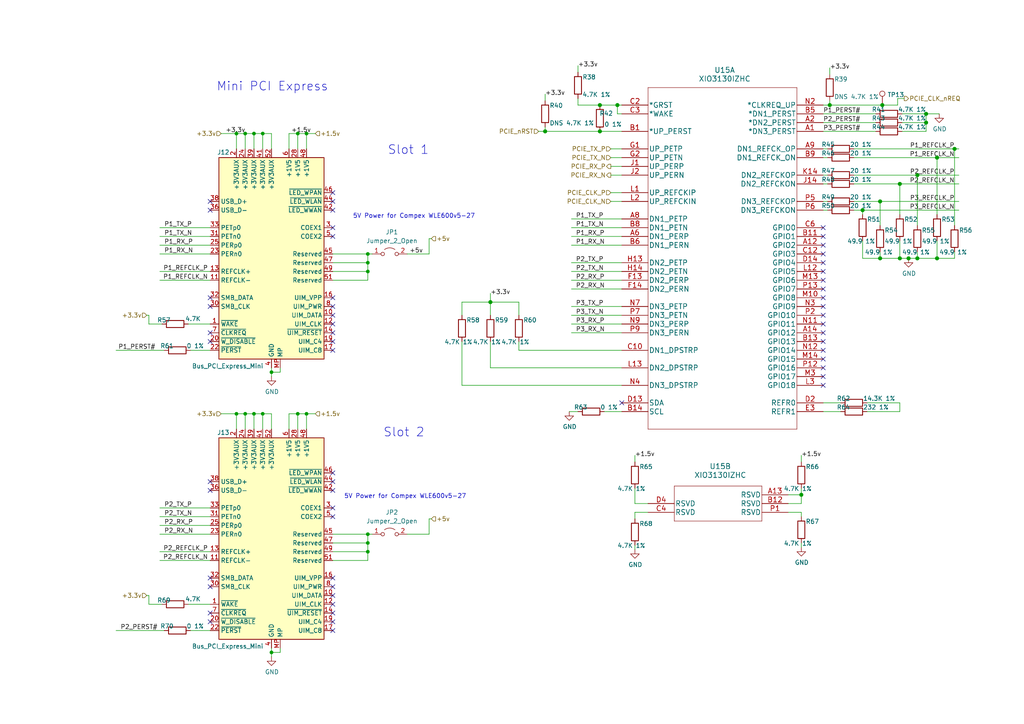
<source format=kicad_sch>
(kicad_sch (version 20201015) (generator eeschema)
  (page 1 10)
  (paper "A4")
  (title_block (title "AP2100v5") (date "2020-10-27") (rev "1") (company "(c) ISis ImageStream Internet Solutions 2020") (comment 1 "www.imagestream.com"))
  (junction (at 68.58 38.735) (diameter 0.9144))
  (junction (at 68.58 120.015) (diameter 0.9144))
  (junction (at 71.12 38.735) (diameter 0.9144))
  (junction (at 71.12 120.015) (diameter 0.9144))
  (junction (at 73.66 38.735) (diameter 0.9144))
  (junction (at 73.66 120.015) (diameter 0.9144))
  (junction (at 76.2 38.735) (diameter 0.9144))
  (junction (at 76.2 120.015) (diameter 0.9144))
  (junction (at 78.74 107.95) (diameter 0.9144))
  (junction (at 78.74 189.23) (diameter 0.9144))
  (junction (at 86.36 38.735) (diameter 0.9144))
  (junction (at 86.36 120.015) (diameter 0.9144))
  (junction (at 88.9 38.735) (diameter 0.9144))
  (junction (at 88.9 120.015) (diameter 0.9144))
  (junction (at 106.68 73.66) (diameter 0.9144))
  (junction (at 106.68 76.2) (diameter 0.9144))
  (junction (at 106.68 78.74) (diameter 0.9144))
  (junction (at 106.68 154.94) (diameter 0.9144))
  (junction (at 106.68 157.48) (diameter 0.9144))
  (junction (at 106.68 160.02) (diameter 0.9144))
  (junction (at 142.24 87.63) (diameter 1.016))
  (junction (at 158.115 38.1) (diameter 1.016))
  (junction (at 173.99 30.48) (diameter 1.016))
  (junction (at 173.99 38.1) (diameter 1.016))
  (junction (at 179.07 30.48) (diameter 1.016))
  (junction (at 232.41 143.51) (diameter 1.016))
  (junction (at 240.665 30.48) (diameter 1.016))
  (junction (at 250.19 60.96) (diameter 1.016))
  (junction (at 255.27 58.42) (diameter 1.016))
  (junction (at 255.27 74.93) (diameter 1.016))
  (junction (at 255.905 30.48) (diameter 1.016))
  (junction (at 260.985 53.34) (diameter 1.016))
  (junction (at 260.985 74.93) (diameter 1.016))
  (junction (at 263.525 74.93) (diameter 1.016))
  (junction (at 266.065 50.8) (diameter 1.016))
  (junction (at 266.065 74.93) (diameter 1.016))
  (junction (at 268.605 33.02) (diameter 1.016))
  (junction (at 268.605 35.56) (diameter 1.016))
  (junction (at 271.78 45.72) (diameter 1.016))
  (junction (at 271.78 74.93) (diameter 1.016))
  (junction (at 276.86 43.18) (diameter 1.016))
  (no_connect (at 60.96 167.64))
  (no_connect (at 238.76 101.6))
  (no_connect (at 238.76 88.9))
  (no_connect (at 96.52 91.44))
  (no_connect (at 60.96 96.52))
  (no_connect (at 238.76 99.06))
  (no_connect (at 60.96 88.9))
  (no_connect (at 238.76 68.58))
  (no_connect (at 238.76 78.74))
  (no_connect (at 238.76 93.98))
  (no_connect (at 96.52 55.88))
  (no_connect (at 238.76 104.14))
  (no_connect (at 60.96 142.24))
  (no_connect (at 96.52 147.32))
  (no_connect (at 60.96 86.36))
  (no_connect (at 96.52 88.9))
  (no_connect (at 96.52 177.8))
  (no_connect (at 60.96 177.8))
  (no_connect (at 96.52 142.24))
  (no_connect (at 238.76 71.12))
  (no_connect (at 238.76 109.22))
  (no_connect (at 96.52 101.6))
  (no_connect (at 238.76 86.36))
  (no_connect (at 60.96 58.42))
  (no_connect (at 96.52 93.98))
  (no_connect (at 238.76 66.04))
  (no_connect (at 96.52 139.7))
  (no_connect (at 60.96 99.06))
  (no_connect (at 96.52 172.72))
  (no_connect (at 96.52 180.34))
  (no_connect (at 96.52 58.42))
  (no_connect (at 96.52 175.26))
  (no_connect (at 238.76 76.2))
  (no_connect (at 238.76 73.66))
  (no_connect (at 96.52 167.64))
  (no_connect (at 96.52 66.04))
  (no_connect (at 96.52 60.96))
  (no_connect (at 238.76 83.82))
  (no_connect (at 238.76 106.68))
  (no_connect (at 96.52 170.18))
  (no_connect (at 96.52 182.88))
  (no_connect (at 238.76 91.44))
  (no_connect (at 60.96 180.34))
  (no_connect (at 96.52 99.06))
  (no_connect (at 96.52 149.86))
  (no_connect (at 96.52 96.52))
  (no_connect (at 96.52 137.16))
  (no_connect (at 60.96 170.18))
  (no_connect (at 238.76 111.76))
  (no_connect (at 96.52 68.58))
  (no_connect (at 238.76 96.52))
  (no_connect (at 60.96 60.96))
  (no_connect (at 96.52 86.36))
  (no_connect (at 238.76 81.28))
  (no_connect (at 60.96 139.7))
  (no_connect (at 180.34 116.84))
  (wire (pts (xy 33.655 101.6) (xy 47.625 101.6)))
  (wire (pts (xy 33.655 182.88) (xy 47.625 182.88)))
  (wire (pts (xy 42.545 91.44) (xy 43.18 91.44)))
  (wire (pts (xy 42.545 172.72) (xy 43.18 172.72)))
  (wire (pts (xy 43.18 91.44) (xy 43.18 93.98)))
  (wire (pts (xy 43.18 172.72) (xy 43.18 175.26)))
  (wire (pts (xy 46.355 66.04) (xy 60.96 66.04)))
  (wire (pts (xy 46.355 68.58) (xy 60.96 68.58)))
  (wire (pts (xy 46.355 71.12) (xy 60.96 71.12)))
  (wire (pts (xy 46.355 73.66) (xy 60.96 73.66)))
  (wire (pts (xy 46.355 78.74) (xy 60.96 78.74)))
  (wire (pts (xy 46.355 81.28) (xy 60.96 81.28)))
  (wire (pts (xy 46.355 147.32) (xy 60.96 147.32)))
  (wire (pts (xy 46.355 149.86) (xy 60.96 149.86)))
  (wire (pts (xy 46.355 152.4) (xy 60.96 152.4)))
  (wire (pts (xy 46.355 154.94) (xy 60.96 154.94)))
  (wire (pts (xy 46.355 160.02) (xy 60.96 160.02)))
  (wire (pts (xy 46.355 162.56) (xy 60.96 162.56)))
  (wire (pts (xy 46.99 93.98) (xy 43.18 93.98)))
  (wire (pts (xy 46.99 175.26) (xy 43.18 175.26)))
  (wire (pts (xy 54.61 93.98) (xy 60.96 93.98)))
  (wire (pts (xy 54.61 175.26) (xy 60.96 175.26)))
  (wire (pts (xy 55.245 101.6) (xy 60.96 101.6)))
  (wire (pts (xy 55.245 182.88) (xy 60.96 182.88)))
  (wire (pts (xy 64.135 38.735) (xy 68.58 38.735)))
  (wire (pts (xy 64.135 120.015) (xy 68.58 120.015)))
  (wire (pts (xy 68.58 38.735) (xy 68.58 43.18)))
  (wire (pts (xy 68.58 120.015) (xy 68.58 124.46)))
  (wire (pts (xy 71.12 38.735) (xy 68.58 38.735)))
  (wire (pts (xy 71.12 38.735) (xy 73.66 38.735)))
  (wire (pts (xy 71.12 43.18) (xy 71.12 38.735)))
  (wire (pts (xy 71.12 120.015) (xy 68.58 120.015)))
  (wire (pts (xy 71.12 120.015) (xy 73.66 120.015)))
  (wire (pts (xy 71.12 124.46) (xy 71.12 120.015)))
  (wire (pts (xy 73.66 38.735) (xy 73.66 43.18)))
  (wire (pts (xy 73.66 38.735) (xy 76.2 38.735)))
  (wire (pts (xy 73.66 120.015) (xy 73.66 124.46)))
  (wire (pts (xy 73.66 120.015) (xy 76.2 120.015)))
  (wire (pts (xy 76.2 38.735) (xy 76.2 43.18)))
  (wire (pts (xy 76.2 38.735) (xy 78.74 38.735)))
  (wire (pts (xy 76.2 120.015) (xy 76.2 124.46)))
  (wire (pts (xy 76.2 120.015) (xy 78.74 120.015)))
  (wire (pts (xy 78.74 38.735) (xy 78.74 43.18)))
  (wire (pts (xy 78.74 106.68) (xy 78.74 107.95)))
  (wire (pts (xy 78.74 107.95) (xy 78.74 109.22)))
  (wire (pts (xy 78.74 120.015) (xy 78.74 124.46)))
  (wire (pts (xy 78.74 187.96) (xy 78.74 189.23)))
  (wire (pts (xy 78.74 189.23) (xy 78.74 190.5)))
  (wire (pts (xy 81.28 106.68) (xy 81.28 107.95)))
  (wire (pts (xy 81.28 107.95) (xy 78.74 107.95)))
  (wire (pts (xy 81.28 187.96) (xy 81.28 189.23)))
  (wire (pts (xy 81.28 189.23) (xy 78.74 189.23)))
  (wire (pts (xy 83.82 38.735) (xy 86.36 38.735)))
  (wire (pts (xy 83.82 43.18) (xy 83.82 38.735)))
  (wire (pts (xy 83.82 120.015) (xy 86.36 120.015)))
  (wire (pts (xy 83.82 124.46) (xy 83.82 120.015)))
  (wire (pts (xy 86.36 38.735) (xy 88.9 38.735)))
  (wire (pts (xy 86.36 43.18) (xy 86.36 38.735)))
  (wire (pts (xy 86.36 120.015) (xy 88.9 120.015)))
  (wire (pts (xy 86.36 124.46) (xy 86.36 120.015)))
  (wire (pts (xy 88.9 38.735) (xy 88.9 43.18)))
  (wire (pts (xy 88.9 120.015) (xy 88.9 124.46)))
  (wire (pts (xy 91.44 38.735) (xy 88.9 38.735)))
  (wire (pts (xy 91.44 120.015) (xy 88.9 120.015)))
  (wire (pts (xy 96.52 73.66) (xy 106.68 73.66)))
  (wire (pts (xy 96.52 76.2) (xy 106.68 76.2)))
  (wire (pts (xy 96.52 81.28) (xy 106.68 81.28)))
  (wire (pts (xy 96.52 154.94) (xy 106.68 154.94)))
  (wire (pts (xy 96.52 157.48) (xy 106.68 157.48)))
  (wire (pts (xy 96.52 162.56) (xy 106.68 162.56)))
  (wire (pts (xy 106.68 73.66) (xy 107.95 73.66)))
  (wire (pts (xy 106.68 76.2) (xy 106.68 73.66)))
  (wire (pts (xy 106.68 76.2) (xy 106.68 78.74)))
  (wire (pts (xy 106.68 78.74) (xy 96.52 78.74)))
  (wire (pts (xy 106.68 81.28) (xy 106.68 78.74)))
  (wire (pts (xy 106.68 154.94) (xy 107.95 154.94)))
  (wire (pts (xy 106.68 157.48) (xy 106.68 154.94)))
  (wire (pts (xy 106.68 157.48) (xy 106.68 160.02)))
  (wire (pts (xy 106.68 160.02) (xy 96.52 160.02)))
  (wire (pts (xy 106.68 162.56) (xy 106.68 160.02)))
  (wire (pts (xy 118.11 73.66) (xy 124.46 73.66)))
  (wire (pts (xy 118.11 154.94) (xy 124.46 154.94)))
  (wire (pts (xy 124.46 69.215) (xy 124.46 73.66)))
  (wire (pts (xy 124.46 69.215) (xy 125.095 69.215)))
  (wire (pts (xy 124.46 150.495) (xy 124.46 154.94)))
  (wire (pts (xy 124.46 150.495) (xy 125.095 150.495)))
  (wire (pts (xy 133.985 87.63) (xy 133.985 91.44)))
  (wire (pts (xy 133.985 87.63) (xy 142.24 87.63)))
  (wire (pts (xy 133.985 99.06) (xy 133.985 111.76)))
  (wire (pts (xy 142.24 85.09) (xy 142.24 87.63)))
  (wire (pts (xy 142.24 87.63) (xy 142.24 91.44)))
  (wire (pts (xy 142.24 87.63) (xy 150.495 87.63)))
  (wire (pts (xy 142.24 99.06) (xy 142.24 106.68)))
  (wire (pts (xy 150.495 87.63) (xy 150.495 91.44)))
  (wire (pts (xy 150.495 99.06) (xy 150.495 101.6)))
  (wire (pts (xy 150.495 101.6) (xy 180.34 101.6)))
  (wire (pts (xy 156.21 38.1) (xy 158.115 38.1)))
  (wire (pts (xy 158.115 27.305) (xy 158.115 29.21)))
  (wire (pts (xy 158.115 36.83) (xy 158.115 38.1)))
  (wire (pts (xy 158.115 38.1) (xy 173.99 38.1)))
  (wire (pts (xy 165.1 119.38) (xy 167.64 119.38)))
  (wire (pts (xy 165.735 63.5) (xy 180.34 63.5)))
  (wire (pts (xy 165.735 66.04) (xy 180.34 66.04)))
  (wire (pts (xy 165.735 68.58) (xy 180.34 68.58)))
  (wire (pts (xy 165.735 71.12) (xy 180.34 71.12)))
  (wire (pts (xy 165.735 76.2) (xy 180.34 76.2)))
  (wire (pts (xy 165.735 78.74) (xy 180.34 78.74)))
  (wire (pts (xy 165.735 81.28) (xy 180.34 81.28)))
  (wire (pts (xy 165.735 83.82) (xy 180.34 83.82)))
  (wire (pts (xy 165.735 88.9) (xy 180.34 88.9)))
  (wire (pts (xy 165.735 91.44) (xy 180.34 91.44)))
  (wire (pts (xy 165.735 93.98) (xy 180.34 93.98)))
  (wire (pts (xy 165.735 96.52) (xy 180.34 96.52)))
  (wire (pts (xy 167.64 19.05) (xy 167.64 20.955)))
  (wire (pts (xy 167.64 28.575) (xy 167.64 30.48)))
  (wire (pts (xy 173.99 30.48) (xy 167.64 30.48)))
  (wire (pts (xy 173.99 38.1) (xy 180.34 38.1)))
  (wire (pts (xy 175.26 119.38) (xy 180.34 119.38)))
  (wire (pts (xy 177.165 43.18) (xy 180.34 43.18)))
  (wire (pts (xy 177.165 45.72) (xy 180.34 45.72)))
  (wire (pts (xy 177.165 48.26) (xy 180.34 48.26)))
  (wire (pts (xy 177.165 50.8) (xy 180.34 50.8)))
  (wire (pts (xy 177.165 55.88) (xy 180.34 55.88)))
  (wire (pts (xy 177.165 58.42) (xy 180.34 58.42)))
  (wire (pts (xy 179.07 30.48) (xy 173.99 30.48)))
  (wire (pts (xy 179.07 33.02) (xy 179.07 30.48)))
  (wire (pts (xy 180.34 30.48) (xy 179.07 30.48)))
  (wire (pts (xy 180.34 33.02) (xy 179.07 33.02)))
  (wire (pts (xy 180.34 106.68) (xy 142.24 106.68)))
  (wire (pts (xy 180.34 111.76) (xy 133.985 111.76)))
  (wire (pts (xy 184.15 132.08) (xy 184.15 133.985)))
  (wire (pts (xy 184.15 141.605) (xy 184.15 146.05)))
  (wire (pts (xy 184.15 146.05) (xy 187.96 146.05)))
  (wire (pts (xy 184.15 148.59) (xy 187.96 148.59)))
  (wire (pts (xy 184.15 150.495) (xy 184.15 148.59)))
  (wire (pts (xy 184.15 158.115) (xy 184.15 159.385)))
  (wire (pts (xy 228.6 146.05) (xy 232.41 146.05)))
  (wire (pts (xy 228.6 148.59) (xy 232.41 148.59)))
  (wire (pts (xy 232.41 132.08) (xy 232.41 133.985)))
  (wire (pts (xy 232.41 141.605) (xy 232.41 143.51)))
  (wire (pts (xy 232.41 143.51) (xy 228.6 143.51)))
  (wire (pts (xy 232.41 146.05) (xy 232.41 143.51)))
  (wire (pts (xy 232.41 148.59) (xy 232.41 149.86)))
  (wire (pts (xy 232.41 157.48) (xy 232.41 158.75)))
  (wire (pts (xy 238.76 30.48) (xy 240.665 30.48)))
  (wire (pts (xy 238.76 33.02) (xy 254 33.02)))
  (wire (pts (xy 238.76 35.56) (xy 254 35.56)))
  (wire (pts (xy 238.76 38.1) (xy 254 38.1)))
  (wire (pts (xy 238.76 43.18) (xy 240.03 43.18)))
  (wire (pts (xy 238.76 45.72) (xy 240.03 45.72)))
  (wire (pts (xy 238.76 50.8) (xy 240.03 50.8)))
  (wire (pts (xy 238.76 53.34) (xy 240.03 53.34)))
  (wire (pts (xy 238.76 58.42) (xy 240.03 58.42)))
  (wire (pts (xy 238.76 60.96) (xy 240.03 60.96)))
  (wire (pts (xy 238.76 116.84) (xy 243.84 116.84)))
  (wire (pts (xy 238.76 119.38) (xy 243.84 119.38)))
  (wire (pts (xy 240.665 19.685) (xy 240.665 21.59)))
  (wire (pts (xy 240.665 29.21) (xy 240.665 30.48)))
  (wire (pts (xy 240.665 30.48) (xy 255.905 30.48)))
  (wire (pts (xy 247.65 43.18) (xy 276.86 43.18)))
  (wire (pts (xy 247.65 45.72) (xy 271.78 45.72)))
  (wire (pts (xy 247.65 50.8) (xy 266.065 50.8)))
  (wire (pts (xy 247.65 53.34) (xy 260.985 53.34)))
  (wire (pts (xy 247.65 58.42) (xy 255.27 58.42)))
  (wire (pts (xy 247.65 60.96) (xy 250.19 60.96)))
  (wire (pts (xy 250.19 60.96) (xy 250.19 62.23)))
  (wire (pts (xy 250.19 60.96) (xy 278.13 60.96)))
  (wire (pts (xy 250.19 69.85) (xy 250.19 74.93)))
  (wire (pts (xy 250.19 74.93) (xy 255.27 74.93)))
  (wire (pts (xy 251.46 119.38) (xy 260.985 119.38)))
  (wire (pts (xy 255.27 58.42) (xy 255.27 65.405)))
  (wire (pts (xy 255.27 58.42) (xy 278.13 58.42)))
  (wire (pts (xy 255.27 73.025) (xy 255.27 74.93)))
  (wire (pts (xy 255.27 74.93) (xy 260.985 74.93)))
  (wire (pts (xy 255.905 30.48) (xy 260.35 30.48)))
  (wire (pts (xy 260.35 28.575) (xy 260.35 30.48)))
  (wire (pts (xy 260.985 53.34) (xy 260.985 62.23)))
  (wire (pts (xy 260.985 53.34) (xy 278.13 53.34)))
  (wire (pts (xy 260.985 69.85) (xy 260.985 74.93)))
  (wire (pts (xy 260.985 74.93) (xy 263.525 74.93)))
  (wire (pts (xy 260.985 116.84) (xy 251.46 116.84)))
  (wire (pts (xy 260.985 119.38) (xy 260.985 116.84)))
  (wire (pts (xy 261.62 33.02) (xy 268.605 33.02)))
  (wire (pts (xy 261.62 35.56) (xy 268.605 35.56)))
  (wire (pts (xy 261.62 38.1) (xy 268.605 38.1)))
  (wire (pts (xy 262.255 28.575) (xy 260.35 28.575)))
  (wire (pts (xy 263.525 74.93) (xy 266.065 74.93)))
  (wire (pts (xy 266.065 50.8) (xy 266.065 65.405)))
  (wire (pts (xy 266.065 50.8) (xy 278.13 50.8)))
  (wire (pts (xy 266.065 73.025) (xy 266.065 74.93)))
  (wire (pts (xy 266.065 74.93) (xy 271.78 74.93)))
  (wire (pts (xy 268.605 33.02) (xy 268.605 35.56)))
  (wire (pts (xy 268.605 33.02) (xy 272.415 33.02)))
  (wire (pts (xy 268.605 35.56) (xy 268.605 38.1)))
  (wire (pts (xy 271.78 45.72) (xy 271.78 62.23)))
  (wire (pts (xy 271.78 45.72) (xy 278.13 45.72)))
  (wire (pts (xy 271.78 69.85) (xy 271.78 74.93)))
  (wire (pts (xy 271.78 74.93) (xy 276.86 74.93)))
  (wire (pts (xy 276.86 43.18) (xy 276.86 65.405)))
  (wire (pts (xy 276.86 43.18) (xy 278.13 43.18)))
  (wire (pts (xy 276.86 73.025) (xy 276.86 74.93)))
  (text "Mini PCI Express" (at 95.25 26.67 180) (effects (font (size 2.54 2.54)) (justify right bottom)))
  (text "Slot 2" (at 123.19 127 180) (effects (font (size 2.54 2.54)) (justify right bottom)))
  (text "Slot 1" (at 124.46 45.085 180) (effects (font (size 2.54 2.54)) (justify right bottom)))
  (text "5V Power for Compex WLE600v5-27" (at 135.255 144.78 180) (effects (font (size 1.27 1.27)) (justify right bottom)))
  (text "5V Power for Compex WLE600v5-27" (at 137.795 63.5 180) (effects (font (size 1.27 1.27)) (justify right bottom)))
  (label "P1_PERST#" (at 45.085 101.6 180))
  (label "P2_PERST#" (at 45.72 182.88 180))
  (label "P1_TX_P" (at 47.625 66.04 0))
  (label "P1_TX_N" (at 47.625 68.58 0))
  (label "P1_RX_P" (at 47.625 71.12 0))
  (label "P1_RX_N" (at 47.625 73.66 0))
  (label "P2_TX_P" (at 47.625 147.32 0))
  (label "P2_TX_N" (at 47.625 149.86 0))
  (label "P2_RX_P" (at 47.625 152.4 0))
  (label "P2_RX_N" (at 47.625 154.94 0))
  (label "P1_REFCLK_P" (at 60.325 78.74 180))
  (label "P1_REFCLK_N" (at 60.325 81.28 180))
  (label "P2_REFCLK_P" (at 60.325 160.02 180))
  (label "P2_REFCLK_N" (at 60.325 162.56 180))
  (label "+3.3v" (at 65.405 38.735 0))
  (label "+1.5v" (at 84.455 38.735 0))
  (label "+5v" (at 118.745 73.66 0))
  (label "+3.3v" (at 142.24 85.725 0))
  (label "+3.3v" (at 158.115 27.94 0))
  (label "P1_TX_P" (at 167.005 63.5 0))
  (label "P1_TX_N" (at 167.005 66.04 0))
  (label "P1_RX_P" (at 167.005 68.58 0))
  (label "P1_RX_N" (at 167.005 71.12 0))
  (label "P2_TX_P" (at 167.005 76.2 0))
  (label "P2_TX_N" (at 167.005 78.74 0))
  (label "P2_RX_P" (at 167.005 81.28 0))
  (label "P2_RX_N" (at 167.005 83.82 0))
  (label "P3_TX_P" (at 167.005 88.9 0))
  (label "P3_TX_N" (at 167.005 91.44 0))
  (label "P3_RX_P" (at 167.005 93.98 0))
  (label "P3_RX_N" (at 167.005 96.52 0))
  (label "+3.3v" (at 167.64 19.685 0))
  (label "+1.5v" (at 184.15 132.715 0))
  (label "+1.5v" (at 232.41 132.715 0))
  (label "+3.3v" (at 240.665 20.32 0))
  (label "P1_PERST#" (at 249.555 33.02 180))
  (label "P2_PERST#" (at 249.555 35.56 180))
  (label "P3_PERST#" (at 249.555 38.1 180))
  (label "P1_REFCLK_P" (at 276.86 43.18 180))
  (label "P1_REFCLK_N" (at 276.86 45.72 180))
  (label "P2_REFCLK_P" (at 276.86 50.8 180))
  (label "P2_REFCLK_N" (at 276.86 53.34 180))
  (label "P3_REFCLK_P" (at 276.86 58.42 180))
  (label "P3_REFCLK_N" (at 276.86 60.96 180))
  (hierarchical_label "+3.3v" (shape input) (at 42.545 91.44 180))
  (hierarchical_label "+3.3v" (shape input) (at 42.545 172.72 180))
  (hierarchical_label "+3.3v" (shape input) (at 64.135 38.735 180))
  (hierarchical_label "+3.3v" (shape input) (at 64.135 120.015 180))
  (hierarchical_label "+1.5v" (shape input) (at 91.44 38.735 0))
  (hierarchical_label "+1.5v" (shape input) (at 91.44 120.015 0))
  (hierarchical_label "+5v" (shape input) (at 125.095 69.215 0))
  (hierarchical_label "+5v" (shape input) (at 125.095 150.495 0))
  (hierarchical_label "PCIE_nRST" (shape input) (at 156.21 38.1 180))
  (hierarchical_label "PCIE_TX_P" (shape input) (at 177.165 43.18 180))
  (hierarchical_label "PCIE_TX_N" (shape input) (at 177.165 45.72 180))
  (hierarchical_label "PCIE_RX_P" (shape output) (at 177.165 48.26 180))
  (hierarchical_label "PCIE_RX_N" (shape output) (at 177.165 50.8 180))
  (hierarchical_label "PCIE_CLK_P" (shape input) (at 177.165 55.88 180))
  (hierarchical_label "PCIE_CLK_N" (shape input) (at 177.165 58.42 180))
  (hierarchical_label "PCIE_CLK_nREQ" (shape output) (at 262.255 28.575 0))
  (symbol (lib_id "Connector:TestPoint") (at 255.905 30.48 0) (unit 1)
    (property "Reference" "TP13" (at 257.3782 27.4828 0) (effects (justify left)))
    (property "Value" "TestPoint" (effects hide))
    (property "Footprint" "TestPoint:TestPoint_Pad_2.0x2.0mm" (effects hide))
    (property "Field4" "nf" (effects hide))
    (property "Field5" "nf" (effects hide))
    (property "Field6" "nf" (effects hide))
    (property "Field7" "nf" (effects hide))
  )
  (symbol (lib_id "power:GND") (at 78.74 109.22 0) (unit 1)
    (property "Reference" "#PWR0138" (effects hide))
    (property "Value" "GND" (at 78.867 113.6142 0))
  )
  (symbol (lib_id "power:GND") (at 78.74 190.5 0) (unit 1)
    (property "Reference" "#PWR0137" (effects hide))
    (property "Value" "GND" (at 78.867 194.8942 0))
  )
  (symbol (lib_id "power:GND") (at 165.1 119.38 0) (unit 1)
    (property "Reference" "#PWR0127" (effects hide))
    (property "Value" "GND" (at 165.227 123.7742 0))
  )
  (symbol (lib_id "power:GND") (at 184.15 159.385 0) (unit 1)
    (property "Reference" "#PWR0126" (effects hide))
    (property "Value" "GND" (at 184.277 163.7792 0))
  )
  (symbol (lib_id "power:GND") (at 232.41 158.75 0) (unit 1)
    (property "Reference" "#PWR0125" (effects hide))
    (property "Value" "GND" (at 232.537 163.1442 0))
  )
  (symbol (lib_id "power:GND") (at 263.525 74.93 0) (unit 1)
    (property "Reference" "#PWR0133" (effects hide))
    (property "Value" "GND" (at 263.652 79.3242 0))
  )
  (symbol (lib_id "power:GND") (at 272.415 33.02 0) (unit 1)
    (property "Reference" "#PWR0136" (effects hide))
    (property "Value" "GND" (at 272.542 37.4142 0))
  )
  (symbol (lib_id "Device:R") (at 50.8 93.98 270) (mirror x) (unit 1)
    (property "Reference" "R57" (at 45.593 92.837 90) (effects (justify left)))
    (property "Value" "4.7K" (at 53.721 92.456 90) (effects (justify left)))
    (property "Footprint" "Resistor_SMD:R_0402_1005Metric" (effects hide))
    (property "PartsBoxID" "0402-4.7K-1%" (effects hide))
  )
  (symbol (lib_id "Device:R") (at 50.8 175.26 270) (mirror x) (unit 1)
    (property "Reference" "R69" (at 45.593 174.117 90) (effects (justify left)))
    (property "Value" "4.7K" (at 53.721 173.736 90) (effects (justify left)))
    (property "Footprint" "Resistor_SMD:R_0402_1005Metric" (effects hide))
    (property "PartsBoxID" "0402-4.7K-1%" (effects hide))
  )
  (symbol (lib_id "Device:R") (at 51.435 101.6 270) (mirror x) (unit 1)
    (property "Reference" "R61" (at 46.482 100.33 90) (effects (justify left)))
    (property "Value" "0 1%" (at 54.102 100.33 90) (effects (justify left)))
    (property "Footprint" "Resistor_SMD:R_0402_1005Metric" (effects hide))
    (property "PartsBoxID" "0402-0-1%" (effects hide))
  )
  (symbol (lib_id "Device:R") (at 51.435 182.88 270) (mirror x) (unit 1)
    (property "Reference" "R70" (at 46.482 181.61 90) (effects (justify left)))
    (property "Value" "0 1%" (at 54.102 181.61 90) (effects (justify left)))
    (property "Footprint" "Resistor_SMD:R_0402_1005Metric" (effects hide))
    (property "PartsBoxID" "0402-0-1%" (effects hide))
  )
  (symbol (lib_id "Device:R") (at 133.985 95.25 0) (mirror x) (unit 1)
    (property "Reference" "R58" (at 135.255 92.837 0) (effects (justify left)))
    (property "Value" "4.7K 1%" (at 128.905 99.187 0) (effects (justify left)))
    (property "Footprint" "Resistor_SMD:R_0402_1005Metric" (effects hide))
    (property "PartsBoxID" "0402-4.7K-1%" (effects hide))
  )
  (symbol (lib_id "Device:R") (at 142.24 95.25 0) (mirror x) (unit 1)
    (property "Reference" "R59" (at 143.51 92.837 0) (effects (justify left)))
    (property "Value" "4.7K 1%" (at 137.16 99.187 0) (effects (justify left)))
    (property "Footprint" "Resistor_SMD:R_0402_1005Metric" (effects hide))
    (property "PartsBoxID" "0402-4.7K-1%" (effects hide))
  )
  (symbol (lib_id "Device:R") (at 150.495 95.25 0) (mirror x) (unit 1)
    (property "Reference" "R60" (at 151.765 92.837 0) (effects (justify left)))
    (property "Value" "4.7K 1%" (at 145.415 99.187 0) (effects (justify left)))
    (property "Footprint" "Resistor_SMD:R_0402_1005Metric" (effects hide))
    (property "PartsBoxID" "0402-4.7K-1%" (effects hide))
  )
  (symbol (lib_id "Device:R") (at 158.115 33.02 0) (mirror x) (unit 1)
    (property "Reference" "R40" (at 159.385 30.607 0) (effects (justify left)))
    (property "Value" "DNS 4.7K 1%" (at 159.385 35.687 0) (effects (justify left)))
    (property "Footprint" "Resistor_SMD:R_0402_1005Metric" (effects hide))
    (property "PartsBoxID" "0402-4.7K-1%" (effects hide))
  )
  (symbol (lib_id "Device:R") (at 167.64 24.765 0) (mirror x) (unit 1)
    (property "Reference" "R38" (at 168.91 22.352 0) (effects (justify left)))
    (property "Value" "4.7K 1%" (at 168.91 27.432 0) (effects (justify left)))
    (property "Footprint" "Resistor_SMD:R_0402_1005Metric" (effects hide))
    (property "PartsBoxID" "0402-4.7K-1%" (effects hide))
  )
  (symbol (lib_id "Device:R") (at 171.45 119.38 270) (mirror x) (unit 1)
    (property "Reference" "R63" (at 166.497 118.11 90) (effects (justify left)))
    (property "Value" "0 1%" (at 174.117 118.11 90) (effects (justify left)))
    (property "Footprint" "Resistor_SMD:R_0402_1005Metric" (effects hide))
    (property "PartsBoxID" "0402-0-1%" (effects hide))
  )
  (symbol (lib_id "Device:R") (at 173.99 34.29 0) (mirror y) (unit 1)
    (property "Reference" "R42" (at 177.8 32.893 0) (effects (justify left)))
    (property "Value" "0 1%" (at 180.34 36.068 0) (effects (justify left)))
    (property "Footprint" "Resistor_SMD:R_0402_1005Metric" (effects hide))
    (property "PartsBoxID" "0402-0-1%" (effects hide))
  )
  (symbol (lib_id "Device:R") (at 184.15 137.795 0) (mirror x) (unit 1)
    (property "Reference" "R65" (at 185.42 135.382 0) (effects (justify left)))
    (property "Value" "4.7K 1%" (at 179.07 141.732 0) (effects (justify left)))
    (property "Footprint" "Resistor_SMD:R_0402_1005Metric" (effects hide))
    (property "PartsBoxID" "0402-4.7K-1%" (effects hide))
  )
  (symbol (lib_id "Device:R") (at 184.15 154.305 0) (mirror x) (unit 1)
    (property "Reference" "R68" (at 185.42 151.892 0) (effects (justify left)))
    (property "Value" "4.7K 1%" (at 179.07 158.242 0) (effects (justify left)))
    (property "Footprint" "Resistor_SMD:R_0402_1005Metric" (effects hide))
    (property "PartsBoxID" "0402-4.7K-1%" (effects hide))
  )
  (symbol (lib_id "Device:R") (at 232.41 137.795 0) (mirror x) (unit 1)
    (property "Reference" "R66" (at 233.68 135.382 0) (effects (justify left)))
    (property "Value" "4.7K 1%" (at 227.33 141.732 0) (effects (justify left)))
    (property "Footprint" "Resistor_SMD:R_0402_1005Metric" (effects hide))
    (property "PartsBoxID" "0402-4.7K-1%" (effects hide))
  )
  (symbol (lib_id "Device:R") (at 232.41 153.67 0) (mirror x) (unit 1)
    (property "Reference" "R67" (at 233.68 151.257 0) (effects (justify left)))
    (property "Value" "4.7K 1%" (at 227.33 157.607 0) (effects (justify left)))
    (property "Footprint" "Resistor_SMD:R_0402_1005Metric" (effects hide))
    (property "PartsBoxID" "0402-4.7K-1%" (effects hide))
  )
  (symbol (lib_id "Device:R") (at 240.665 25.4 0) (mirror x) (unit 1)
    (property "Reference" "R39" (at 241.935 22.987 0) (effects (justify left)))
    (property "Value" "DNS 4.7K 1%" (at 241.935 28.067 0) (effects (justify left)))
    (property "Footprint" "Resistor_SMD:R_0402_1005Metric" (effects hide))
    (property "PartsBoxID" "0402-4.7K-1%" (effects hide))
  )
  (symbol (lib_id "Device:R") (at 243.84 43.18 270) (mirror x) (unit 1)
    (property "Reference" "R45" (at 238.252 41.91 90) (effects (justify left)))
    (property "Value" "20 1%" (at 246.507 41.91 90) (effects (justify left)))
    (property "Footprint" "Resistor_SMD:R_0402_1005Metric" (effects hide))
    (property "Part Description" "Resistor 604 0402 1% 63mW" (effects hide))
    (property "PartsBoxID" "0402-604-1%" (effects hide))
  )
  (symbol (lib_id "Device:R") (at 243.84 45.72 270) (mirror x) (unit 1)
    (property "Reference" "R46" (at 238.252 44.45 90) (effects (justify left)))
    (property "Value" "20 1%" (at 246.507 44.45 90) (effects (justify left)))
    (property "Footprint" "Resistor_SMD:R_0402_1005Metric" (effects hide))
    (property "Part Description" "Resistor 604 0402 1% 63mW" (effects hide))
    (property "PartsBoxID" "0402-604-1%" (effects hide))
  )
  (symbol (lib_id "Device:R") (at 243.84 50.8 270) (mirror x) (unit 1)
    (property "Reference" "R47" (at 238.252 49.53 90) (effects (justify left)))
    (property "Value" "20 1%" (at 246.507 49.53 90) (effects (justify left)))
    (property "Footprint" "Resistor_SMD:R_0402_1005Metric" (effects hide))
    (property "Part Description" "Resistor 604 0402 1% 63mW" (effects hide))
    (property "PartsBoxID" "0402-604-1%" (effects hide))
  )
  (symbol (lib_id "Device:R") (at 243.84 53.34 270) (mirror x) (unit 1)
    (property "Reference" "R48" (at 238.252 52.07 90) (effects (justify left)))
    (property "Value" "20 1%" (at 246.507 52.07 90) (effects (justify left)))
    (property "Footprint" "Resistor_SMD:R_0402_1005Metric" (effects hide))
    (property "Part Description" "Resistor 604 0402 1% 63mW" (effects hide))
    (property "PartsBoxID" "0402-604-1%" (effects hide))
  )
  (symbol (lib_id "Device:R") (at 243.84 58.42 270) (mirror x) (unit 1)
    (property "Reference" "R49" (at 238.252 57.15 90) (effects (justify left)))
    (property "Value" "20 1%" (at 246.507 57.15 90) (effects (justify left)))
    (property "Footprint" "Resistor_SMD:R_0402_1005Metric" (effects hide))
    (property "Part Description" "Resistor 604 0402 1% 63mW" (effects hide))
    (property "PartsBoxID" "0402-604-1%" (effects hide))
  )
  (symbol (lib_id "Device:R") (at 243.84 60.96 270) (mirror x) (unit 1)
    (property "Reference" "R50" (at 238.252 59.69 90) (effects (justify left)))
    (property "Value" "20 1%" (at 246.507 59.69 90) (effects (justify left)))
    (property "Footprint" "Resistor_SMD:R_0402_1005Metric" (effects hide))
    (property "Part Description" "Resistor 604 0402 1% 63mW" (effects hide))
    (property "PartsBoxID" "0402-604-1%" (effects hide))
  )
  (symbol (lib_id "Device:R") (at 247.65 116.84 270) (mirror x) (unit 1)
    (property "Reference" "R62" (at 242.697 115.57 90) (effects (justify left)))
    (property "Value" "14.3K 1%" (at 250.317 115.57 90) (effects (justify left)))
    (property "Footprint" "Resistor_SMD:R_0402_1005Metric" (effects hide))
    (property "PartsBoxID" "0402-14.3K-1%" (effects hide))
  )
  (symbol (lib_id "Device:R") (at 247.65 119.38 270) (mirror x) (unit 1)
    (property "Reference" "R64" (at 242.697 118.11 90) (effects (justify left)))
    (property "Value" "232 1%" (at 250.317 118.11 90) (effects (justify left)))
    (property "Footprint" "Resistor_SMD:R_0402_1005Metric" (effects hide))
    (property "PartsBoxID" "0402-232-1%" (effects hide))
  )
  (symbol (lib_id "Device:R") (at 250.19 66.04 0) (mirror x) (unit 1)
    (property "Reference" "R51" (at 251.46 63.627 0) (effects (justify left)))
    (property "Value" "49.9 1%" (at 245.745 69.977 0) (effects (justify left)))
    (property "Footprint" "Resistor_SMD:R_0402_1005Metric" (effects hide))
    (property "PartsBoxID" "0402-49.9-1%" (effects hide))
  )
  (symbol (lib_id "Device:R") (at 255.27 69.215 0) (mirror x) (unit 1)
    (property "Reference" "R54" (at 256.54 66.802 0) (effects (justify left)))
    (property "Value" "49.9 1%" (at 250.825 73.152 0) (effects (justify left)))
    (property "Footprint" "Resistor_SMD:R_0402_1005Metric" (effects hide))
    (property "PartsBoxID" "0402-49.9-1%" (effects hide))
  )
  (symbol (lib_id "Device:R") (at 257.81 33.02 270) (mirror x) (unit 1)
    (property "Reference" "R41" (at 252.857 31.75 90) (effects (justify left)))
    (property "Value" "4.7K 1%" (at 260.477 31.75 90) (effects (justify left)))
    (property "Footprint" "Resistor_SMD:R_0402_1005Metric" (effects hide))
    (property "PartsBoxID" "0402-4.7K-1%" (effects hide))
  )
  (symbol (lib_id "Device:R") (at 257.81 35.56 270) (mirror x) (unit 1)
    (property "Reference" "R43" (at 252.857 34.29 90) (effects (justify left)))
    (property "Value" "4.7K 1%" (at 260.477 34.29 90) (effects (justify left)))
    (property "Footprint" "Resistor_SMD:R_0402_1005Metric" (effects hide))
    (property "PartsBoxID" "0402-4.7K-1%" (effects hide))
  )
  (symbol (lib_id "Device:R") (at 257.81 38.1 270) (mirror x) (unit 1)
    (property "Reference" "R44" (at 252.857 36.83 90) (effects (justify left)))
    (property "Value" "4.7K 1%" (at 260.477 36.83 90) (effects (justify left)))
    (property "Footprint" "Resistor_SMD:R_0402_1005Metric" (effects hide))
    (property "PartsBoxID" "0402-4.7K-1%" (effects hide))
  )
  (symbol (lib_id "Device:R") (at 260.985 66.04 0) (mirror x) (unit 1)
    (property "Reference" "R52" (at 262.255 63.627 0) (effects (justify left)))
    (property "Value" "49.9 1%" (at 256.54 69.977 0) (effects (justify left)))
    (property "Footprint" "Resistor_SMD:R_0402_1005Metric" (effects hide))
    (property "PartsBoxID" "0402-49.9-1%" (effects hide))
  )
  (symbol (lib_id "Device:R") (at 266.065 69.215 0) (mirror x) (unit 1)
    (property "Reference" "R55" (at 267.335 66.802 0) (effects (justify left)))
    (property "Value" "49.9 1%" (at 261.62 73.152 0) (effects (justify left)))
    (property "Footprint" "Resistor_SMD:R_0402_1005Metric" (effects hide))
    (property "PartsBoxID" "0402-49.9-1%" (effects hide))
  )
  (symbol (lib_id "Device:R") (at 271.78 66.04 0) (mirror x) (unit 1)
    (property "Reference" "R53" (at 273.05 63.627 0) (effects (justify left)))
    (property "Value" "49.9 1%" (at 267.335 69.977 0) (effects (justify left)))
    (property "Footprint" "Resistor_SMD:R_0402_1005Metric" (effects hide))
    (property "PartsBoxID" "0402-49.9-1%" (effects hide))
  )
  (symbol (lib_id "Device:R") (at 276.86 69.215 0) (mirror x) (unit 1)
    (property "Reference" "R56" (at 278.13 66.802 0) (effects (justify left)))
    (property "Value" "49.9 1%" (at 272.415 73.152 0) (effects (justify left)))
    (property "Footprint" "Resistor_SMD:R_0402_1005Metric" (effects hide))
    (property "PartsBoxID" "0402-49.9-1%" (effects hide))
  )
  (symbol (lib_id "Jumper:Jumper_2_Open") (at 113.03 73.66 0) (unit 1)
    (property "Reference" "JP1" (at 113.665 67.31 0))
    (property "Value" "Jumper_2_Open" (at 113.665 69.85 0))
    (property "Footprint" "Connector_PinHeader_2.54mm:PinHeader_1x02_P2.54mm_Vertical" (effects hide))
  )
  (symbol (lib_id "Jumper:Jumper_2_Open") (at 113.03 154.94 0) (unit 1)
    (property "Reference" "JP2" (at 113.665 148.59 0))
    (property "Value" "Jumper_2_Open" (at 113.665 151.13 0))
    (property "Footprint" "Connector_PinHeader_2.54mm:PinHeader_1x02_P2.54mm_Vertical" (effects hide))
  )
  (symbol (lib_name "AP2100:XIO3130IZHC_2") (lib_id "AP2100:XIO3130IZHC") (at 185.42 146.05 0) (unit 2)
    (property "Reference" "U15" (at 208.915 135.255 0) (effects (font (size 1.524 1.524))))
    (property "Value" "XIO3130IZHC" (at 208.915 137.795 0) (effects (font (size 1.524 1.524))))
    (property "Footprint" "AP2100:XIO3130IZHC" (effects hide))
  )
  (symbol (lib_id "Connector:Bus_PCI_Express_Mini") (at 78.74 76.2 0) (unit 1)
    (property "Reference" "J12" (at 64.77 44.1706 0))
    (property "Value" "Bus_PCI_Express_Mini" (at 66.04 106.172 0))
    (property "Footprint" "Scott:BUS_PCI_Express_Mini_Full" (effects hide))
    (property "MFR" "-" (effects hide))
    (property "MPN" "-" (effects hide))
    (property "SPR" "-" (effects hide))
    (property "SPN" "-" (effects hide))
    (property "SPURL" "-" (effects hide))
    (property "PartsBoxID" "1775838-2" (effects hide))
  )
  (symbol (lib_id "Connector:Bus_PCI_Express_Mini") (at 78.74 157.48 0) (unit 1)
    (property "Reference" "J13" (at 64.77 125.4506 0))
    (property "Value" "Bus_PCI_Express_Mini" (at 66.04 187.452 0))
    (property "Footprint" "Scott:BUS_PCI_Express_Mini_Full" (effects hide))
    (property "MFR" "-" (effects hide))
    (property "MPN" "-" (effects hide))
    (property "SPR" "-" (effects hide))
    (property "SPN" "-" (effects hide))
    (property "SPURL" "-" (effects hide))
    (property "PartsBoxID" "1775838-2" (effects hide))
  )
  (symbol (lib_name "AP2100:XIO3130IZHC_1") (lib_id "AP2100:XIO3130IZHC") (at 180.34 30.48 0) (unit 1)
    (property "Reference" "U15" (at 210.185 20.32 0) (effects (font (size 1.524 1.524))))
    (property "Value" "XIO3130IZHC" (at 210.185 22.86 0) (effects (font (size 1.524 1.524))))
    (property "Footprint" "AP2100:XIO3130IZHC" (effects hide))
  )
)
</source>
